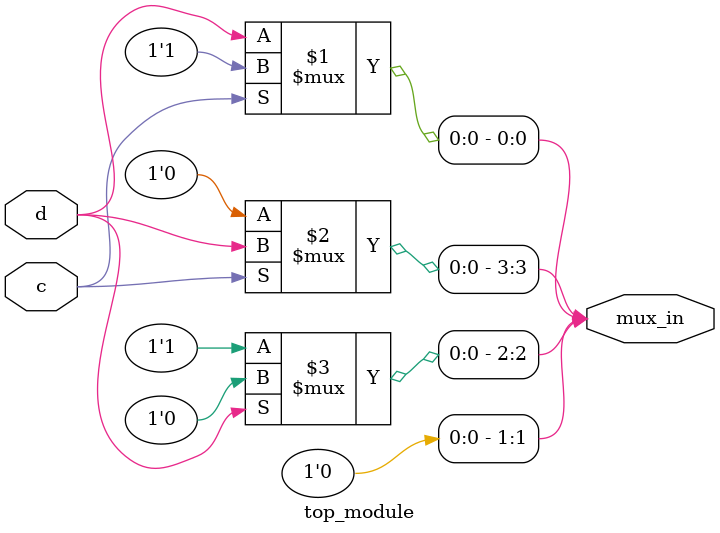
<source format=v>
module top_module (
    input c,
    input d,
    output [3:0] mux_in
); 
    assign mux_in[0] = c ? 1'b1:d;
    assign mux_in[1] = 1'b0;
    assign mux_in[3] = c ? d:1'b0;
    assign mux_in[2] = d ? 1'b0:1'b1;

endmodule

</source>
